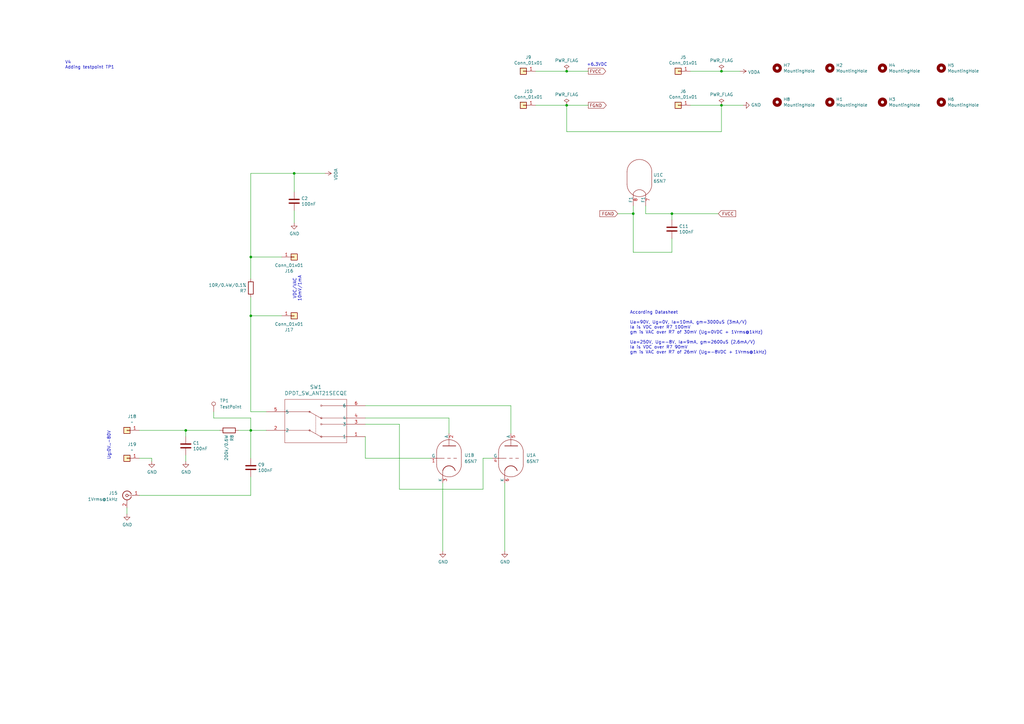
<source format=kicad_sch>
(kicad_sch (version 20231120) (generator "eeschema") (generator_version "8.0")
  (paper "A3")
  (title_block (title "GM Test Setup 6SN7") (date "2024-09-04") (rev "V4"))
  (lib_symbols
    (symbol "Connector:Conn_Coaxial" (pin_names (offset 1.016) hide)
      (property "Reference" "J" (at 0.254 3.048 0))
      (property "Value" "Conn_Coaxial" (at 2.921 0 90))
      (symbol "Conn_Coaxial_0_1"
        (arc (start -1.778 -0.508) (mid 0.2311 -1.8066) (end 1.778 0) (stroke (width 0.254)))
        (polyline (pts (xy -2.54 0) (xy -0.508 0)))
        (polyline (pts (xy 0 -2.54) (xy 0 -1.778)))
        (circle (center 0 0) (radius 0.508) (stroke (width 0.2032)))
        (arc (start 1.778 0) (mid 0.2099 1.8101) (end -1.778 0.508) (stroke (width 0.254)))
      )
      (symbol "Conn_Coaxial_1_1"
        (pin passive line (at -5.08 0 0) (length 2.54) (name "In") (number "1"))
        (pin passive line (at 0 -5.08 90) (length 2.54) (name "Ext") (number "2"))
      )
    )
    (symbol "Connector:TestPoint" (pin_numbers hide) (pin_names (offset 0.762) hide)
      (property "Reference" "TP" (at 0 6.858 0))
      (property "Value" "TestPoint" (at 0 5.08 0))
      (symbol "TestPoint_0_1"
        (circle (center 0 3.302) (radius 0.762))
      )
      (symbol "TestPoint_1_1"
        (pin passive line (at 0 0 90) (length 2.54) (name "1") (number "1"))
      )
    )
    (symbol "Connector_Generic:Conn_01x01" (pin_names (offset 1.016) hide)
      (property "Reference" "J" (at 0 2.54 0))
      (property "Value" "Conn_01x01" (at 0 -2.54 0))
      (symbol "Conn_01x01_1_1"
        (rectangle (start -1.27 0.127) (end 0 -0.127) (stroke (width 0.1524)))
        (rectangle (start -1.27 1.27) (end 1.27 -1.27) (stroke (width 0.254)) (fill (type background)))
        (pin passive line (at -5.08 0 0) (length 3.81) (name "Pin_1") (number "1"))
      )
    )
    (symbol "Device:C" (pin_numbers hide) (pin_names (offset 0.254))
      (property "Reference" "C" (at 0.635 2.54 0))
      (property "Value" "C" (at 0.635 -2.54 0))
      (symbol "C_0_1"
        (polyline (pts (xy -2.032 -0.762) (xy 2.032 -0.762)) (stroke (width 0.508)))
        (polyline (pts (xy -2.032 0.762) (xy 2.032 0.762)) (stroke (width 0.508)))
      )
      (symbol "C_1_1"
        (pin passive line (at 0 3.81 270) (length 2.794) (name "~") (number "1"))
        (pin passive line (at 0 -3.81 90) (length 2.794) (name "~") (number "2"))
      )
    )
    (symbol "Device:R" (pin_numbers hide) (pin_names (offset 0))
      (property "Reference" "R" (at 2.032 0 90))
      (property "Value" "R" (at 0 0 90))
      (symbol "R_0_1"
        (rectangle (start -1.016 -2.54) (end 1.016 2.54) (stroke (width 0.254)))
      )
      (symbol "R_1_1"
        (pin passive line (at 0 3.81 270) (length 1.27) (name "~") (number "1"))
        (pin passive line (at 0 -3.81 90) (length 1.27) (name "~") (number "2"))
      )
    )
    (symbol "Mechanical:MountingHole" (pin_names (offset 1.016))
      (property "Reference" "H" (at 0 5.08 0))
      (property "Value" "MountingHole" (at 0 3.175 0))
      (symbol "MountingHole_0_1"
        (circle (center 0 0) (radius 1.27) (stroke (width 1.27)))
      )
    )
    (symbol "kicad-snk:6SN7" (pin_names (offset 0))
      (property "Reference" "U" (at 3.302 7.874 0))
      (property "Value" "6SN7" (at 8.89 -7.62 0))
      (symbol "6SN7_0_1"
        (arc (start -5.08 -2.54) (mid 0 -7.5979) (end 5.08 -2.54))
        (polyline (pts (xy 5.08 2.54) (xy 5.08 -2.54)))
        (polyline (pts (xy -5.08 2.54) (xy -5.08 -2.54) (xy -5.08 -2.54)))
        (arc (start 5.08 2.54) (mid 0 7.5979) (end -5.08 2.54))
      )
      (symbol "6SN7_1_0"
        (polyline (pts (xy -2.54 -5.08) (xy -2.54 -7.62)))
        (polyline (pts (xy 0 5.08) (xy 0 7.62)))
      )
      (symbol "6SN7_1_1"
        (polyline (pts (xy -5.08 0) (xy -3.175 0)))
        (polyline (pts (xy -1.905 0) (xy -3.175 0)) (stroke (width 0.1524)))
        (polyline (pts (xy -0.635 0) (xy 0.635 0)) (stroke (width 0.1524)))
        (polyline (pts (xy 1.905 0) (xy 3.175 0)) (stroke (width 0.1524)))
        (polyline (pts (xy -2.54 5.08) (xy 2.794 5.08) (xy 2.794 5.08)) (stroke (width 0.254)))
        (arc (start 2.54 -5.08) (mid 0 -3.0968) (end -2.54 -5.08) (stroke (width 0.254)))
        (pin input line (at -7.62 0 0) (length 2.54) (name "G") (number "4"))
        (pin output line (at 0 10.16 270) (length 2.54) (name "A") (number "5"))
        (pin bidirectional line (at -2.54 -10.16 90) (length 2.54) (name "K") (number "6"))
      )
      (symbol "6SN7_2_0"
        (polyline (pts (xy -2.54 -5.08) (xy -2.54 -7.62)))
        (polyline (pts (xy 0 5.08) (xy 0 7.62)))
      )
      (symbol "6SN7_2_1"
        (polyline (pts (xy -5.08 0) (xy -3.175 0)))
        (polyline (pts (xy -1.905 0) (xy -3.175 0)) (stroke (width 0.1524)))
        (polyline (pts (xy -0.635 0) (xy 0.635 0)) (stroke (width 0.1524)))
        (polyline (pts (xy 1.905 0) (xy 3.175 0)) (stroke (width 0.1524)))
        (polyline (pts (xy -2.54 5.08) (xy 2.794 5.08) (xy 2.794 5.08)) (stroke (width 0.254)))
        (arc (start 2.54 -5.08) (mid 0 -3.0968) (end -2.54 -5.08) (stroke (width 0.254)))
        (pin input line (at -7.62 0 0) (length 2.54) (name "G") (number "1"))
        (pin output line (at 0 10.16 270) (length 2.54) (name "A") (number "2"))
        (pin bidirectional line (at -2.54 -10.16 90) (length 2.54) (name "K") (number "3"))
      )
      (symbol "6SN7_3_1"
        (arc (start 2.54 -6.35) (mid 0 -4.7847) (end -2.54 -6.35))
        (pin power_in line (at 2.54 -11.43 90) (length 5.08) (name "F1") (number "7"))
        (pin power_in line (at -2.54 -11.43 90) (length 5.08) (name "F1") (number "8"))
      )
    )
    (symbol "kicad-snk:DPDT_SW_ANT21SECQE" (pin_names (offset 0.254))
      (property "Reference" "SW" (at 20.32 7.62 0))
      (property "Value" "DPDT_SW_ANT21SECQE" (at 20.32 5.08 0))
      (symbol "DPDT_SW_ANT21SECQE_0_1"
        (polyline (pts (xy 7.62 -15.24) (xy 33.02 -15.24)) (stroke (width 0.127)))
        (polyline (pts (xy 7.62 -12.7) (xy 17.78 -12.7)) (stroke (width 0.127)))
        (polyline (pts (xy 7.62 -7.62) (xy 17.78 -7.62)) (stroke (width 0.127)))
        (polyline (pts (xy 7.62 -5.08) (xy 17.78 -5.08)) (stroke (width 0.127)))
        (polyline (pts (xy 7.62 0) (xy 17.78 0)) (stroke (width 0.127)))
        (polyline (pts (xy 7.62 2.54) (xy 7.62 -15.24)) (stroke (width 0.127)))
        (polyline (pts (xy 20.32 -8.255) (xy 20.32 -8.5725)) (stroke (width 0.127)))
        (polyline (pts (xy 20.32 -7.62) (xy 20.32 -7.9375)) (stroke (width 0.127)))
        (polyline (pts (xy 20.32 -6.985) (xy 20.32 -7.3025)) (stroke (width 0.127)))
        (polyline (pts (xy 20.32 -6.35) (xy 20.32 -6.6675)) (stroke (width 0.127)))
        (polyline (pts (xy 20.32 -5.715) (xy 20.32 -6.0325)) (stroke (width 0.127)))
        (polyline (pts (xy 20.32 -5.08) (xy 20.32 -5.3975)) (stroke (width 0.127)))
        (polyline (pts (xy 20.32 -4.445) (xy 20.32 -4.7625)) (stroke (width 0.127)))
        (polyline (pts (xy 20.32 -3.81) (xy 20.32 -4.1275)) (stroke (width 0.127)))
        (polyline (pts (xy 20.32 -3.175) (xy 20.32 -3.4925)) (stroke (width 0.127)))
        (polyline (pts (xy 20.32 -2.54) (xy 20.32 -2.8575)) (stroke (width 0.127)))
        (polyline (pts (xy 20.32 -1.905) (xy 20.32 -2.2225)) (stroke (width 0.127)))
        (polyline (pts (xy 20.32 -1.27) (xy 20.32 -1.5875)) (stroke (width 0.127)))
        (polyline (pts (xy 22.86 -10.16) (xy 17.78 -7.3025)) (stroke (width 0.127)))
        (polyline (pts (xy 22.86 -2.54) (xy 17.78 0.3175)) (stroke (width 0.127)))
        (polyline (pts (xy 33.02 -15.24) (xy 33.02 2.54)) (stroke (width 0.127)))
        (polyline (pts (xy 33.02 -10.16) (xy 22.86 -10.16)) (stroke (width 0.127)))
        (polyline (pts (xy 33.02 -2.54) (xy 22.86 -2.54)) (stroke (width 0.127)))
        (polyline (pts (xy 33.02 2.54) (xy 7.62 2.54)) (stroke (width 0.127)))
        (circle (center 18.0975 -12.7) (radius 0.3048) (stroke (width 0.127)))
        (circle (center 18.0975 -7.62) (radius 0.3048) (stroke (width 0.127)))
        (circle (center 18.0975 -5.08) (radius 0.3048) (stroke (width 0.127)))
        (circle (center 18.0975 0) (radius 0.3048) (stroke (width 0.127)))
        (circle (center 22.86 -10.16) (radius 0.3048) (stroke (width 0.127)))
        (circle (center 22.86 -2.54) (radius 0.3048) (stroke (width 0.127)))
        (pin unspecified line (at 0 0 0) (length 7.62) (name "1") (number "1"))
        (pin unspecified line (at 40.64 -2.54 180) (length 7.62) (name "2") (number "2"))
        (pin unspecified line (at 0 -5.08 0) (length 7.62) (name "3") (number "3"))
        (pin unspecified line (at 0 -7.62 0) (length 7.62) (name "4") (number "4"))
        (pin unspecified line (at 40.64 -10.16 180) (length 7.62) (name "5") (number "5"))
        (pin unspecified line (at 0 -12.7 0) (length 7.62) (name "6") (number "6"))
      )
    )
    (symbol "power:GND" (power) (pin_names (offset 0))
      (property "Value" "GND" (at 0 -3.81 0))
      (symbol "GND_0_1"
        (polyline (pts (xy 0 0) (xy 0 -1.27) (xy 1.27 -1.27) (xy 0 -2.54) (xy -1.27 -1.27) (xy 0 -1.27)))
      )
      (symbol "GND_1_1"
        (pin power_in line (at 0 0 270) (length 0) hide (name "GND") (number "1"))
      )
    )
    (symbol "power:PWR_FLAG" (power) (pin_numbers hide) (pin_names (offset 0) hide)
      (property "Value" "PWR_FLAG" (at 0 3.81 0))
      (symbol "PWR_FLAG_0_0"
        (pin power_out line (at 0 0 90) (length 0) (name "pwr") (number "1"))
      )
      (symbol "PWR_FLAG_0_1"
        (polyline (pts (xy 0 0) (xy 0 1.27) (xy -1.016 1.905) (xy 0 2.54) (xy 1.016 1.905) (xy 0 1.27)))
      )
    )
    (symbol "power:VDDA" (power) (pin_names (offset 0))
      (property "Value" "VDDA" (at 0 3.81 0))
      (symbol "VDDA_0_1"
        (polyline (pts (xy -0.762 1.27) (xy 0 2.54)))
        (polyline (pts (xy 0 0) (xy 0 2.54)))
        (polyline (pts (xy 0 2.54) (xy 0.762 1.27)))
      )
      (symbol "VDDA_1_1"
        (pin power_in line (at 0 0 90) (length 0) hide (name "VDDA") (number "1"))
      )
    )
  )
  (junction (at 76.2 176.53))
  (junction (at 259.715 87.63))
  (junction (at 295.91 43.18))
  (junction (at 102.87 105.41))
  (junction (at 275.59 87.63))
  (junction (at 232.41 43.18))
  (junction (at 295.91 29.21))
  (junction (at 102.87 176.53))
  (junction (at 232.41 29.21))
  (junction (at 102.87 129.54))
  (junction (at 120.65 71.12))
  (wire (pts (xy 232.41 53.975) (xy 232.41 43.18)))
  (wire (pts (xy 232.41 53.975) (xy 295.91 53.975)))
  (wire (pts (xy 201.93 187.96) (xy 198.12 187.96)))
  (wire (pts (xy 184.15 171.45) (xy 184.15 177.8)))
  (wire (pts (xy 102.87 129.54) (xy 102.87 168.91)))
  (wire (pts (xy 149.86 179.07) (xy 149.86 187.96)))
  (wire (pts (xy 149.86 173.99) (xy 163.83 173.99)))
  (wire (pts (xy 275.59 97.79) (xy 275.59 103.505)))
  (wire (pts (xy 62.23 187.96) (xy 62.23 189.23)))
  (wire (pts (xy 207.01 198.12) (xy 207.01 226.06)))
  (wire (pts (xy -133.35 114.3) (xy -116.84 114.3)))
  (wire (pts (xy 57.15 176.53) (xy 76.2 176.53)))
  (wire (pts (xy 275.59 87.63) (xy 294.64 87.63)))
  (wire (pts (xy 120.65 78.74) (xy 120.65 71.12)))
  (wire (pts (xy 102.87 71.12) (xy 102.87 105.41)))
  (wire (pts (xy 219.71 43.18) (xy 232.41 43.18)))
  (wire (pts (xy 52.07 208.28) (xy 52.07 210.82)))
  (wire (pts (xy 259.715 87.63) (xy 259.715 103.505)))
  (wire (pts (xy 295.91 29.21) (xy 283.21 29.21)))
  (wire (pts (xy 97.79 176.53) (xy 102.87 176.53)))
  (wire (pts (xy 303.53 29.21) (xy 295.91 29.21)))
  (wire (pts (xy 149.86 166.37) (xy 209.55 166.37)))
  (wire (pts (xy 275.59 87.63) (xy 275.59 90.17)))
  (wire (pts (xy 102.87 171.45) (xy 87.63 171.45)))
  (wire (pts (xy 102.87 176.53) (xy 102.87 187.96)))
  (wire (pts (xy 264.795 87.63) (xy 264.795 84.455)))
  (wire (pts (xy 76.2 176.53) (xy 76.2 179.07)))
  (wire (pts (xy 102.87 168.91) (xy 109.22 168.91)))
  (wire (pts (xy 87.63 171.45) (xy 87.63 168.91)))
  (wire (pts (xy 102.87 105.41) (xy 115.57 105.41)))
  (wire (pts (xy -111.76 124.46) (xy -111.76 147.32)))
  (wire (pts (xy 102.87 176.53) (xy 102.87 171.45)))
  (wire (pts (xy 283.21 43.18) (xy 295.91 43.18)))
  (wire (pts (xy 149.86 171.45) (xy 184.15 171.45)))
  (wire (pts (xy 163.83 173.99) (xy 163.83 200.66)))
  (wire (pts (xy 232.41 29.21) (xy 241.3 29.21)))
  (wire (pts (xy 76.2 186.69) (xy 76.2 189.23)))
  (wire (pts (xy 295.91 43.18) (xy 304.8 43.18)))
  (wire (pts (xy 149.86 187.96) (xy 176.53 187.96)))
  (wire (pts (xy 102.87 176.53) (xy 109.22 176.53)))
  (wire (pts (xy 259.715 103.505) (xy 275.59 103.505)))
  (wire (pts (xy 264.795 87.63) (xy 275.59 87.63)))
  (wire (pts (xy 62.23 187.96) (xy 57.15 187.96)))
  (wire (pts (xy 232.41 29.21) (xy 219.71 29.21)))
  (wire (pts (xy 163.83 200.66) (xy 198.12 200.66)))
  (wire (pts (xy 102.87 105.41) (xy 102.87 114.3)))
  (wire (pts (xy 232.41 43.18) (xy 241.3 43.18)))
  (wire (pts (xy 259.715 87.63) (xy 259.715 84.455)))
  (wire (pts (xy 209.55 166.37) (xy 209.55 177.8)))
  (wire (pts (xy 181.61 198.12) (xy 181.61 226.06)))
  (wire (pts (xy 295.91 53.975) (xy 295.91 43.18)))
  (wire (pts (xy 90.17 176.53) (xy 76.2 176.53)))
  (wire (pts (xy 102.87 203.2) (xy 102.87 195.58)))
  (wire (pts (xy 102.87 71.12) (xy 120.65 71.12)))
  (wire (pts (xy 120.65 71.12) (xy 133.35 71.12)))
  (wire (pts (xy 102.87 129.54) (xy 115.57 129.54)))
  (wire (pts (xy 253.365 87.63) (xy 259.715 87.63)))
  (wire (pts (xy 198.12 200.66) (xy 198.12 187.96)))
  (wire (pts (xy -109.22 98.425) (xy -109.22 104.14)))
  (wire (pts (xy 57.15 203.2) (xy 102.87 203.2)))
  (wire (pts (xy 102.87 121.92) (xy 102.87 129.54)))
  (wire (pts (xy 120.65 91.44) (xy 120.65 86.36)))
  (text "+6.3VDC" (at 240.665 27.305 0) (effects (font (size 1.27 1.27)) (justify left bottom)))
  (text "VDC/VAC\n10mV/1mA" (at 121.92 118.364 90) (effects (font (size 1.27 1.27))))
  (text "Ug:0V..-80V" (at 44.704 182.626 90) (effects (font (size 1.27 1.27))))
  (text "V4\nAdding testpoint TP1" (at 26.67 26.67 0) (effects (font (size 1.27 1.27)) (justify left)))
  (text "According Datasheet\n\nUa=90V, Ug=0V, Ia=10mA, gm=3000uS (3mA/V)\nIa is VDC over R7 100mV\ngm is VAC over R7 of 30mV (Ug=0VDC + 1Vrms@1kHz)\n\nUa=250V, Ug=-8V, Ia=9mA, gm=2600uS (2.6mA/V)\nIa is VDC over R7 90mV\ngm is VAC over R7 of 26mV (Ug=-8VDC + 1Vrms@1kHz)\n" (at 258.318 136.398 0) (effects (font (size 1.27 1.27)) (justify left)))
  (global_label "FGND" (shape output) (at 241.3 43.18 0) (property "Intersheetrefs" "${INTERSHEET_REFS}" (effects (hide yes))))
  (global_label "FVCC" (shape output) (at 241.3 29.21 0) (property "Intersheetrefs" "${INTERSHEET_REFS}" (effects (hide yes))))
  (global_label "FGND" (shape input) (at 253.365 87.63 180) (property "Intersheetrefs" "${INTERSHEET_REFS}" (effects (hide yes))))
  (global_label "FVCC" (shape input) (at 294.64 87.63 0) (property "Intersheetrefs" "${INTERSHEET_REFS}" (effects (hide yes))))
  (symbol (lib_id "Connector_Generic:Conn_01x01") (at 278.13 29.21 180) (unit 1)
    (property "Reference" "J5" (at 280.2128 23.495 0))
    (property "Value" "Conn_01x01" (at 280.2128 25.8064 0))
    (property "Footprint" "Connector_Pin:Pin_D1.3mm_L11.0mm" (effects (hide yes)))
  )
  (symbol (lib_id "Connector_Generic:Conn_01x01") (at 278.13 43.18 180) (unit 1)
    (property "Reference" "J6" (at 280.2128 37.465 0))
    (property "Value" "Conn_01x01" (at 280.2128 39.7764 0))
    (property "Footprint" "Connector_Pin:Pin_D1.3mm_L11.0mm" (effects (hide yes)))
  )
  (symbol (lib_id "Mechanical:MountingHole") (at 340.36 27.94 0) (unit 1)
    (property "Reference" "H2" (at 342.9 26.7716 0) (effects (justify left)))
    (property "Value" "MountingHole" (at 342.9 29.083 0) (effects (justify left)))
    (property "Footprint" "MountingHole:MountingHole_3.2mm_M3_Pad_Via" (effects (hide yes)))
  )
  (symbol (lib_id "Mechanical:MountingHole") (at 361.95 27.94 0) (unit 1)
    (property "Reference" "H4" (at 364.49 26.7716 0) (effects (justify left)))
    (property "Value" "MountingHole" (at 364.49 29.083 0) (effects (justify left)))
    (property "Footprint" "MountingHole:MountingHole_3.2mm_M3_Pad_Via" (effects (hide yes)))
  )
  (symbol (lib_id "Mechanical:MountingHole") (at 340.36 41.91 0) (unit 1)
    (property "Reference" "H1" (at 342.9 40.7416 0) (effects (justify left)))
    (property "Value" "MountingHole" (at 342.9 43.053 0) (effects (justify left)))
    (property "Footprint" "MountingHole:MountingHole_3.2mm_M3_Pad_Via" (effects (hide yes)))
  )
  (symbol (lib_id "Mechanical:MountingHole") (at 361.95 41.91 0) (unit 1)
    (property "Reference" "H3" (at 364.49 40.7416 0) (effects (justify left)))
    (property "Value" "MountingHole" (at 364.49 43.053 0) (effects (justify left)))
    (property "Footprint" "MountingHole:MountingHole_3.2mm_M3_Pad_Via" (effects (hide yes)))
  )
  (symbol (lib_id "power:PWR_FLAG") (at 295.91 29.21 0) (unit 1)
    (property "Reference" "#FLG04" (effects (hide yes)))
    (property "Value" "PWR_FLAG" (at 295.91 24.8158 0))
  )
  (symbol (lib_id "power:GND") (at 304.8 43.18 90) (unit 1)
    (property "Reference" "#PWR05" (effects (hide yes)))
    (property "Value" "GND" (at 308.0512 43.053 90) (effects (justify right)))
  )
  (symbol (lib_id "power:PWR_FLAG") (at 295.91 43.18 0) (unit 1)
    (property "Reference" "#FLG03" (effects (hide yes)))
    (property "Value" "PWR_FLAG" (at 295.91 38.7858 0))
  )
  (symbol (lib_id "power:VDDA") (at 303.53 29.21 270) (unit 1)
    (property "Reference" "#PWR07" (effects (hide yes)))
    (property "Value" "VDDA" (at 306.7812 29.591 90) (effects (justify left)))
  )
  (symbol (lib_id "Connector_Generic:Conn_01x01") (at 214.63 29.21 180) (unit 1)
    (property "Reference" "J9" (at 216.7128 23.495 0))
    (property "Value" "Conn_01x01" (at 216.7128 25.8064 0))
    (property "Footprint" "Connector_Pin:Pin_D1.3mm_L11.0mm" (effects (hide yes)))
  )
  (symbol (lib_id "Connector_Generic:Conn_01x01") (at 214.63 43.18 180) (unit 1)
    (property "Reference" "J10" (at 216.7128 37.465 0))
    (property "Value" "Conn_01x01" (at 216.7128 39.7764 0))
    (property "Footprint" "Connector_Pin:Pin_D1.3mm_L11.0mm" (effects (hide yes)))
  )
  (symbol (lib_id "power:PWR_FLAG") (at 232.41 29.21 0) (unit 1)
    (property "Reference" "#FLG01" (effects (hide yes)))
    (property "Value" "PWR_FLAG" (at 232.41 24.8158 0))
  )
  (symbol (lib_id "power:PWR_FLAG") (at 232.41 43.18 0) (unit 1)
    (property "Reference" "#FLG02" (effects (hide yes)))
    (property "Value" "PWR_FLAG" (at 232.41 38.7858 0))
  )
  (symbol (lib_id "Device:C") (at 275.59 93.98 0) (unit 1)
    (property "Reference" "C11" (at 278.511 92.8116 0) (effects (justify left)))
    (property "Value" "100nF" (at 278.511 95.123 0) (effects (justify left)))
    (property "Footprint" "Capacitor_THT:C_Rect_L7.2mm_W2.5mm_P5.00mm_FKS2_FKP2_MKS2_MKP2" (effects (hide yes)))
  )
  (symbol (lib_id "Device:C") (at 76.2 182.88 0) (unit 1)
    (property "Reference" "C1" (at 79.121 181.7116 0) (effects (justify left)))
    (property "Value" "100nF" (at 79.121 184.023 0) (effects (justify left)))
    (property "Footprint" "Capacitor_THT:C_Rect_L7.2mm_W2.5mm_P5.00mm_FKS2_FKP2_MKS2_MKP2" (effects (hide yes)))
  )
  (symbol (lib_id "Connector:TestPoint") (at 87.63 168.91 0) (unit 1)
    (property "Reference" "TP1" (at 90.17 164.3379 0) (effects (justify left)))
    (property "Value" "TestPoint" (at 90.17 166.8779 0) (effects (justify left)))
    (property "Footprint" "TestPoint:TestPoint_Pad_D2.0mm" (effects (hide yes)))
  )
  (symbol (lib_id "kicad-snk:6SN7") (at 184.15 187.96 0) (unit 2)
    (property "Reference" "U1" (at 190.5 186.6899 0) (effects (justify left)))
    (property "Value" "6SN7" (at 190.5 189.2299 0) (effects (justify left)))
    (property "Footprint" "kicad-snk:TubeOctal" (effects (hide yes)))
    (property "Datasheet" "https://frank.pocnet.net/sheets/049/6/6SN7GTA.pdf" (effects (hide yes)))
    (property "Description" "double triode" (effects (hide yes)))
  )
  (symbol (lib_id "power:GND") (at 207.01 226.06 0) (unit 1)
    (property "Reference" "#PWR02" (effects (hide yes)))
    (property "Value" "GND" (at 207.137 230.4542 0))
  )
  (symbol (lib_id "Connector_Generic:Conn_01x01") (at 120.65 105.41 0) (unit 1)
    (property "Reference" "J16" (at 118.5672 111.125 0))
    (property "Value" "Conn_01x01" (at 118.5672 108.8136 0))
    (property "Footprint" "Connector_Pin:Pin_D1.0mm_L10.0mm" (effects (hide yes)))
  )
  (symbol (lib_id "kicad-snk:6SN7") (at 209.55 187.96 0) (unit 1)
    (property "Reference" "U1" (at 215.9 186.6899 0) (effects (justify left)))
    (property "Value" "6SN7" (at 215.9 189.2299 0) (effects (justify left)))
    (property "Footprint" "kicad-snk:TubeOctal" (effects (hide yes)))
    (property "Datasheet" "https://frank.pocnet.net/sheets/049/6/6SN7GTA.pdf" (effects (hide yes)))
    (property "Description" "double triode" (effects (hide yes)))
  )
  (symbol (lib_id "Mechanical:MountingHole") (at 318.77 41.91 0) (unit 1)
    (property "Reference" "H8" (at 321.31 40.7416 0) (effects (justify left)))
    (property "Value" "MountingHole" (at 321.31 43.053 0) (effects (justify left)))
    (property "Footprint" "MountingHole:MountingHole_3.2mm_M3_Pad_Via" (effects (hide yes)))
  )
  (symbol (lib_id "Connector_Generic:Conn_01x01") (at 52.07 187.96 180) (unit 1)
    (property "Reference" "J19" (at 54.1528 182.245 0))
    (property "Value" "~" (at 54.1528 184.5564 0))
    (property "Footprint" "Connector_Pin:Pin_D1.0mm_L10.0mm" (effects (hide yes)))
  )
  (symbol (lib_id "Connector:Conn_Coaxial") (at 52.07 203.2 0) (mirror y) (unit 1)
    (property "Reference" "J15" (at 48.26 202.2231 0) (effects (justify left)))
    (property "Value" "1Vrms@1kHz" (at 48.26 204.7631 0) (effects (justify left)))
    (property "Footprint" "kicad-snk:RCA-Phono_CUI-Devices_RCJ-02X_Vertical" (effects (hide yes)))
    (property "Description" "coaxial connector (BNC, SMA, SMB, SMC, Cinch/RCA, LEMO, ...)" (effects (hide yes)))
  )
  (symbol (lib_id "power:GND") (at 120.65 91.44 0) (unit 1)
    (property "Reference" "#PWR03" (effects (hide yes)))
    (property "Value" "GND" (at 120.777 95.8342 0))
  )
  (symbol (lib_id "power:GND") (at 52.07 210.82 0) (unit 1)
    (property "Reference" "#PWR014" (effects (hide yes)))
    (property "Value" "GND" (at 52.197 215.2142 0))
  )
  (symbol (lib_id "Mechanical:MountingHole") (at 386.08 41.91 0) (unit 1)
    (property "Reference" "H6" (at 388.62 40.7416 0) (effects (justify left)))
    (property "Value" "MountingHole" (at 388.62 43.053 0) (effects (justify left)))
    (property "Footprint" "MountingHole:MountingHole_3.2mm_M3_Pad_Via" (effects (hide yes)))
  )
  (symbol (lib_id "power:VDDA") (at 133.35 71.12 270) (unit 1)
    (property "Reference" "#PWR04" (effects (hide yes)))
    (property "Value" "VDDA" (at 137.7442 71.501 0))
  )
  (symbol (lib_id "Device:C") (at 120.65 82.55 0) (unit 1)
    (property "Reference" "C2" (at 123.571 81.3816 0) (effects (justify left)))
    (property "Value" "100nF" (at 123.571 83.693 0) (effects (justify left)))
    (property "Footprint" "Capacitor_THT:C_Rect_L16.5mm_W5.0mm_P15.00mm_MKT" (effects (hide yes)))
  )
  (symbol (lib_id "Mechanical:MountingHole") (at 386.08 27.94 0) (unit 1)
    (property "Reference" "H5" (at 388.62 26.7716 0) (effects (justify left)))
    (property "Value" "MountingHole" (at 388.62 29.083 0) (effects (justify left)))
    (property "Footprint" "MountingHole:MountingHole_3.2mm_M3_Pad_Via" (effects (hide yes)))
  )
  (symbol (lib_id "kicad-snk:6SN7") (at 262.255 73.025 0) (unit 3)
    (property "Reference" "U1" (at 267.97 71.7549 0) (effects (justify left)))
    (property "Value" "6SN7" (at 267.97 74.2949 0) (effects (justify left)))
    (property "Footprint" "kicad-snk:TubeOctal" (effects (hide yes)))
    (property "Datasheet" "https://frank.pocnet.net/sheets/049/6/6SN7GTA.pdf" (effects (hide yes)))
    (property "Description" "double triode" (effects (hide yes)))
  )
  (symbol (lib_id "Connector_Generic:Conn_01x01") (at 52.07 176.53 180) (unit 1)
    (property "Reference" "J18" (at 54.1528 170.815 0))
    (property "Value" "~" (at 54.1528 173.1264 0))
    (property "Footprint" "Connector_Pin:Pin_D1.0mm_L10.0mm" (effects (hide yes)))
  )
  (symbol (lib_id "power:GND") (at 181.61 226.06 0) (unit 1)
    (property "Reference" "#PWR01" (effects (hide yes)))
    (property "Value" "GND" (at 181.737 230.4542 0))
  )
  (symbol (lib_id "Mechanical:MountingHole") (at 318.77 27.94 0) (unit 1)
    (property "Reference" "H7" (at 321.31 26.7716 0) (effects (justify left)))
    (property "Value" "MountingHole" (at 321.31 29.083 0) (effects (justify left)))
    (property "Footprint" "MountingHole:MountingHole_3.2mm_M3_Pad_Via" (effects (hide yes)))
  )
  (symbol (lib_id "Device:R") (at 102.87 118.11 180) (unit 1)
    (property "Reference" "R7" (at 101.092 119.2784 0) (effects (justify left)))
    (property "Value" "10R/0.4W/0.1%" (at 101.092 116.967 0) (effects (justify left)))
    (property "Footprint" "Resistor_THT:R_Axial_DIN0207_L6.3mm_D2.5mm_P10.16mm_Horizontal" (effects (hide yes)))
  )
  (symbol (lib_id "Device:C") (at 102.87 191.77 0) (unit 1)
    (property "Reference" "C9" (at 105.791 190.6016 0) (effects (justify left)))
    (property "Value" "100nF" (at 105.791 192.913 0) (effects (justify left)))
    (property "Footprint" "Capacitor_THT:C_Rect_L7.2mm_W2.5mm_P5.00mm_FKS2_FKP2_MKS2_MKP2" (effects (hide yes)))
  )
  (symbol (lib_id "kicad-snk:DPDT_SW_ANT21SECQE") (at 149.86 179.07 180) (unit 1)
    (property "Reference" "SW1" (at 129.54 158.75 0) (effects (font (size 1.524 1.524))))
    (property "Value" "DPDT_SW_ANT21SECQE" (at 129.54 161.29 0) (effects (font (size 1.524 1.524))))
    (property "Footprint" "kicad-snk:SW6_ANT21SECQE_CRS" (effects (hide yes)))
    (property "Datasheet" "ANT21SECQE" (effects (hide yes)))
    (property "Description" "https://www.digikey.ch/de/products/detail/cit-relay-and-switch/ANT21SECQE/12503353" (effects (hide yes)))
  )
  (symbol (lib_id "Device:R") (at 93.98 176.53 270) (unit 1)
    (property "Reference" "R8" (at 95.1484 178.308 0) (effects (justify left)))
    (property "Value" "200k/0.6W" (at 92.837 178.308 0) (effects (justify left)))
    (property "Footprint" "Resistor_THT:R_Axial_DIN0207_L6.3mm_D2.5mm_P10.16mm_Horizontal" (effects (hide yes)))
  )
  (symbol (lib_id "Connector_Generic:Conn_01x01") (at 120.65 129.54 0) (unit 1)
    (property "Reference" "J17" (at 118.5672 135.255 0))
    (property "Value" "Conn_01x01" (at 118.5672 132.9436 0))
    (property "Footprint" "Connector_Pin:Pin_D1.0mm_L10.0mm" (effects (hide yes)))
  )
  (symbol (lib_id "power:GND") (at 76.2 189.23 0) (unit 1)
    (property "Reference" "#PWR012" (effects (hide yes)))
    (property "Value" "GND" (at 76.327 193.6242 0))
  )
  (symbol (lib_id "power:GND") (at 62.23 189.23 0) (unit 1)
    (property "Reference" "#PWR015" (effects (hide yes)))
    (property "Value" "GND" (at 62.357 193.6242 0))
  )
)
</source>
